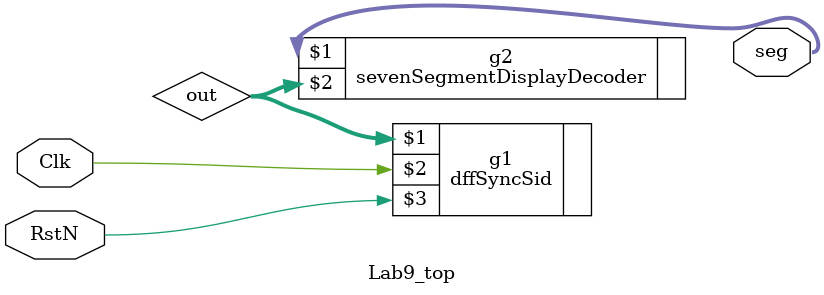
<source format=v>
 /* 模組名稱：Lab9 top module
   著作權宣告：copyright 2012 林博仁(pika1021@gmail.com)
   */
`timescale 1ns / 100ps
`include "Source_code/dffSyncSid.v"
`include "Source_code/sevenSegmentDisplayDecoder/sevenSegmentDisplayDecoder.v"
module Lab9_top(seg, Clk, RstN);
  output [7:0]seg;
  input Clk, RstN;
  wire [3:0]out;

  dffSyncSid g1(out, Clk, RstN);
  sevenSegmentDisplayDecoder g2(seg, out);
endmodule

</source>
